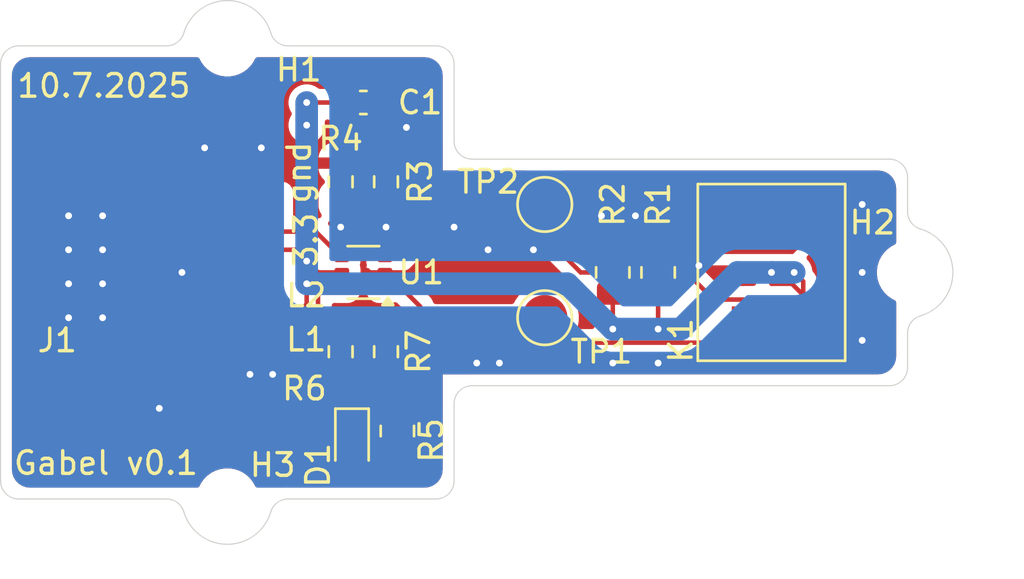
<source format=kicad_pcb>
(kicad_pcb (version 20241229) (generator "pcbnew") (generator_version "9.0")
  (layers (0 "F.Cu" signal) (2 "B.Cu" signal) (13 "F.Paste" user) (15 "B.Paste" user) (5 "F.SilkS" user "F.Silkscreen") (7 "B.SilkS" user "B.Silkscreen") (1 "F.Mask" user) (3 "B.Mask" user) (25 "Edge.Cuts" user))
  (net 0 "")
  (net 1 "+3.3V")
  (net 2 "GND")
  (net 3 "Net-(D1-K)")
  (net 4 "Net-(D1-A)")
  (net 5 "Net-(J1-Pin_1)")
  (net 6 "Net-(U1-2A)")
  (net 7 "Net-(K1-ANODE)")
  (net 8 "Net-(U1-1A)")
  (footprint "Resistor_SMD:R_0805_2012Metric" (layer "F.Cu") (at 27 10 90)
    (property "Reference" "R2" (at 3 0 90) (layer "F.SilkS"))
    (property "Value" "150 dnp")
    (fp_line (start -0.227064 -0.735) (end 0.227064 -0.735) (stroke (width 0.12)) (layer "F.SilkS"))
    (fp_line (start -0.227064 0.735) (end 0.227064 0.735) (stroke (width 0.12)) (layer "F.SilkS"))
    (pad "1" smd roundrect (at -0.9125 0 90) (size 1.025 1.4) (layers "F.Cu" "F.Mask" "F.Paste") (roundrect_rratio 0.243902) (net 1 "+3.3V"))
    (pad "2" smd roundrect (at 0.9125 0 90) (size 1.025 1.4) (layers "F.Cu" "F.Mask" "F.Paste") (roundrect_rratio 0.243902) (net 7 "Net-(K1-ANODE)"))
  )
  (footprint "Resistor_SMD:R_0603_1608Metric" (layer "F.Cu") (at 17 13.5 -90)
    (property "Reference" "R7" (at 0 -1.43 90) (layer "F.SilkS"))
    (property "Value" "13k")
    (fp_line (start -0.237258 0.5225) (end 0.237258 0.5225) (stroke (width 0.12)) (layer "F.SilkS"))
    (fp_line (start -0.237258 -0.5225) (end 0.237258 -0.5225) (stroke (width 0.12)) (layer "F.SilkS"))
    (pad "1" smd roundrect (at -0.825 0 270) (size 0.8 0.95) (layers "F.Cu" "F.Mask" "F.Paste") (net 8 "Net-(U1-1A)"))
    (pad "2" smd roundrect (at 0.825 0 270) (size 0.8 0.95) (layers "F.Cu" "F.Mask" "F.Paste") (net 2 "GND"))
  )
  (footprint "Resistor_SMD:R_0805_2012Metric" (layer "F.Cu") (at 17.5 17 -90)
    (property "Reference" "R5" (at 0.4125 -1.5 90) (layer "F.SilkS"))
    (property "Value" "120")
    (fp_line (start -0.227064 0.735) (end 0.227064 0.735) (stroke (width 0.12)) (layer "F.SilkS"))
    (fp_line (start -0.227064 -0.735) (end 0.227064 -0.735) (stroke (width 0.12)) (layer "F.SilkS"))
    (pad "1" smd roundrect (at -0.9125 0 270) (size 1.025 1.4) (layers "F.Cu" "F.Mask" "F.Paste") (roundrect_rratio 0.243902) (net 1 "+3.3V"))
    (pad "2" smd roundrect (at 0.9125 0 270) (size 1.025 1.4) (layers "F.Cu" "F.Mask" "F.Paste") (roundrect_rratio 0.243902) (net 4 "Net-(D1-A)"))
  )
  (footprint "MountingHole:MountingHole_2.2mm_M2_ISO7380" (layer "F.Cu") (at 40 10)
    (property "Reference" "H2" (at -1.55 -2.2 0) (layer "F.SilkS"))
    (property "Value" "MountingHole")
    (pad "" np_thru_hole circle (at 0 0) (size 2.2 2.2) (drill 2.2) (layers "*.Cu" "*.Mask"))
  )
  (footprint "Package_TO_SOT_SMD:SOT-363_SC-70-6" (layer "F.Cu") (at 16 10 180)
    (property "Reference" "U1" (at -2.55 0 0) (layer "F.SilkS"))
    (property "Value" "74LVC2G14GW")
    (fp_line (start -0.7 1.16) (end 0.7 1.16) (stroke (width 0.12)) (layer "F.SilkS"))
    (fp_line (start -0.71 -1.16) (end 0.7 -1.16) (stroke (width 0.12)) (layer "F.SilkS"))
    (fp_poly (pts (xy -1.08 -1.11) (xy -1.32 -1.44) (xy -0.84 -1.44) (xy -1.08 -1.11)) (stroke (width 0.12)) (fill yes) (layer "F.SilkS"))
    (pad "1" smd roundrect (at -0.95 -0.65 180) (size 0.65 0.4) (layers "F.Cu" "F.Mask" "F.Paste") (net 8 "Net-(U1-1A)"))
    (pad "2" smd roundrect (at -0.95 0 180) (size 0.65 0.4) (layers "F.Cu" "F.Mask" "F.Paste") (net 2 "GND"))
    (pad "3" smd roundrect (at -0.95 0.65 180) (size 0.65 0.4) (layers "F.Cu" "F.Mask" "F.Paste") (net 6 "Net-(U1-2A)"))
    (pad "4" smd roundrect (at 0.95 0.65 180) (size 0.65 0.4) (layers "F.Cu" "F.Mask" "F.Paste") (net 3 "Net-(D1-K)"))
    (pad "5" smd roundrect (at 0.95 0 180) (size 0.65 0.4) (layers "F.Cu" "F.Mask" "F.Paste") (net 1 "+3.3V"))
    (pad "6" smd roundrect (at 0.95 -0.65 180) (size 0.65 0.4) (layers "F.Cu" "F.Mask" "F.Paste") (net 5 "Net-(J1-Pin_1)"))
  )
  (footprint "Resistor_SMD:R_0603_1608Metric" (layer "F.Cu") (at 15 13.5 -90)
    (property "Reference" "R6" (at 1.625 1.6 0) (layer "F.SilkS"))
    (property "Value" "13k")
    (fp_line (start -0.237258 0.5225) (end 0.237258 0.5225) (stroke (width 0.12)) (layer "F.SilkS"))
    (fp_line (start -0.237258 -0.5225) (end 0.237258 -0.5225) (stroke (width 0.12)) (layer "F.SilkS"))
    (pad "1" smd roundrect (at -0.825 0 270) (size 0.8 0.95) (layers "F.Cu" "F.Mask" "F.Paste") (net 8 "Net-(U1-1A)"))
    (pad "2" smd roundrect (at 0.825 0 270) (size 0.8 0.95) (layers "F.Cu" "F.Mask" "F.Paste") (net 2 "GND"))
  )
  (footprint "Diode_SMD:D_0603_1608Metric" (layer "F.Cu") (at 15.5 17.5 -90)
    (property "Reference" "D1" (at 1.0125 1.5 90) (layer "F.SilkS"))
    (property "Value" "KT-0603R")
    (fp_line (start -1.485 0.735) (end 0.8 0.735) (stroke (width 0.12)) (layer "F.SilkS"))
    (fp_line (start -1.485 -0.735) (end -1.485 0.735) (stroke (width 0.12)) (layer "F.SilkS"))
    (fp_line (start 0.8 -0.735) (end -1.485 -0.735) (stroke (width 0.12)) (layer "F.SilkS"))
    (pad "1" smd roundrect (at -0.7875 0 270) (size 0.875 0.95) (layers "F.Cu" "F.Mask" "F.Paste") (net 3 "Net-(D1-K)"))
    (pad "2" smd roundrect (at 0.7875 0 270) (size 0.875 0.95) (layers "F.Cu" "F.Mask" "F.Paste") (net 4 "Net-(D1-A)"))
  )
  (footprint "TestPoint:TestPoint_Pad_D2.0mm" (layer "F.Cu") (at 24 12)
    (property "Reference" "TP1" (at 2.5 1.5 0) (layer "F.SilkS"))
    (property "Value" "TestPoint")
    (fp_circle (center 0 0) (end 0 1.2) (stroke (width 0.12)) (fill no) (layer "F.SilkS"))
    (pad "1" smd circle (at 0 0) (size 2 2) (layers "F.Cu" "F.Mask") (net 8 "Net-(U1-1A)"))
  )
  (footprint "Resistor_SMD:R_0603_1608Metric" (layer "F.Cu") (at 17 6 90)
    (property "Reference" "R3" (at 0 1.5 90) (layer "F.SilkS"))
    (property "Value" "13k")
    (fp_line (start -0.237258 -0.5225) (end 0.237258 -0.5225) (stroke (width 0.12)) (layer "F.SilkS"))
    (fp_line (start -0.237258 0.5225) (end 0.237258 0.5225) (stroke (width 0.12)) (layer "F.SilkS"))
    (pad "1" smd roundrect (at -0.825 0 90) (size 0.8 0.95) (layers "F.Cu" "F.Mask" "F.Paste") (net 6 "Net-(U1-2A)"))
    (pad "2" smd roundrect (at 0.825 0 90) (size 0.8 0.95) (layers "F.Cu" "F.Mask" "F.Paste") (net 2 "GND"))
  )
  (footprint "Capacitor_SMD:C_0603_1608Metric" (layer "F.Cu") (at 16 2.5)
    (property "Reference" "C1" (at 2.5 0 0) (layer "F.SilkS"))
    (property "Value" "100nF")
    (fp_line (start -0.14058 -0.51) (end 0.14058 -0.51) (stroke (width 0.12)) (layer "F.SilkS"))
    (fp_line (start -0.14058 0.51) (end 0.14058 0.51) (stroke (width 0.12)) (layer "F.SilkS"))
    (pad "1" smd roundrect (at -0.775 0) (size 0.9 0.95) (layers "F.Cu" "F.Mask" "F.Paste") (net 1 "+3.3V"))
    (pad "2" smd roundrect (at 0.775 0) (size 0.9 0.95) (layers "F.Cu" "F.Mask" "F.Paste") (net 2 "GND"))
  )
  (footprint "Resistor_SMD:R_0805_2012Metric" (layer "F.Cu") (at 29 10 90)
    (property "Reference" "R1" (at 3 0 90) (layer "F.SilkS"))
    (property "Value" "150")
    (fp_line (start -0.227064 -0.735) (end 0.227064 -0.735) (stroke (width 0.12)) (layer "F.SilkS"))
    (fp_line (start -0.227064 0.735) (end 0.227064 0.735) (stroke (width 0.12)) (layer "F.SilkS"))
    (pad "1" smd roundrect (at -0.9125 0 90) (size 1.025 1.4) (layers "F.Cu" "F.Mask" "F.Paste") (roundrect_rratio 0.243902) (net 1 "+3.3V"))
    (pad "2" smd roundrect (at 0.9125 0 90) (size 1.025 1.4) (layers "F.Cu" "F.Mask" "F.Paste") (roundrect_rratio 0.243902) (net 7 "Net-(K1-ANODE)"))
  )
  (footprint "MountingHole:MountingHole_2.2mm_M2_ISO7380" (layer "F.Cu") (at 10 0)
    (property "Reference" "H1" (at 3.15 1.05 0) (layer "F.SilkS"))
    (property "Value" "MountingHole")
    (pad "" np_thru_hole circle (at 0 0) (size 2.2 2.2) (drill 2.2) (layers "*.Cu" "*.Mask"))
  )
  (footprint "iagabel:Vishay-TCUT" (layer "F.Cu") (at 34 10)
    (property "Reference" "K1" (at -4 3 90) (layer "F.SilkS"))
    (property "Value" "TCUT1300X01")
    (fp_line (start -3.25 -3.9) (end 3.25 -3.9) (stroke (width 0.12)) (layer "F.SilkS"))
    (fp_line (start -3.25 3.9) (end -3.25 -3.9) (stroke (width 0.12)) (layer "F.SilkS"))
    (fp_line (start 3.25 -3.9) (end 3.25 3.9) (stroke (width 0.12)) (layer "F.SilkS"))
    (fp_line (start 3.25 3.9) (end -3.25 3.9) (stroke (width 0.12)) (layer "F.SilkS"))
    (pad "1" smd roundrect (at -1.65 2.95) (size 1.2 0.9) (layers "F.Cu" "F.Mask" "F.Paste") (roundrect_rratio 0.15) (net 8 "Net-(U1-1A)"))
    (pad "1" smd rect (at -1.4 2.45) (size 0.7 1.9) (layers "F.Cu" "F.Mask" "F.Paste") (net 8 "Net-(U1-1A)"))
    (pad "2" smd rect (at 0 2.45) (size 0.7 1.9) (layers "F.Cu" "F.Mask" "F.Paste") (net 6 "Net-(U1-2A)"))
    (pad "3" smd rect (at 1.4 2.45) (size 0.7 1.9) (layers "F.Cu" "F.Mask" "F.Paste") (net 1 "+3.3V"))
    (pad "3" smd roundrect (at 1.65 2.95) (size 1.2 0.9) (layers "F.Cu" "F.Mask" "F.Paste") (roundrect_rratio 0.15) (net 1 "+3.3V"))
    (pad "4" smd rect (at 1.4 -2.45) (size 0.7 1.9) (layers "F.Cu" "F.Mask" "F.Paste") (net 7 "Net-(K1-ANODE)"))
    (pad "4" smd roundrect (at 1.65 -2.95) (size 1.2 0.9) (layers "F.Cu" "F.Mask" "F.Paste") (roundrect_rratio 0.15) (net 7 "Net-(K1-ANODE)"))
    (pad "5" smd rect (at 0 -2.45) (size 1 1.9) (layers "F.Cu" "F.Mask" "F.Paste") (net 2 "GND"))
    (pad "6" smd roundrect (at -1.65 -2.95) (size 1.2 0.9) (layers "F.Cu" "F.Mask" "F.Paste") (roundrect_rratio 0.15) (net 2 "GND"))
    (pad "6" smd rect (at -1.4 -2.45) (size 0.7 1.9) (layers "F.Cu" "F.Mask" "F.Paste") (net 2 "GND"))
  )
  (footprint "TestPoint:TestPoint_Pad_D2.0mm" (layer "F.Cu") (at 24 7)
    (property "Reference" "TP2" (at -2.5 -1 0) (layer "F.SilkS"))
    (property "Value" "TestPoint")
    (fp_circle (center 0 0) (end 0 1.2) (stroke (width 0.12)) (fill no) (layer "F.SilkS"))
    (pad "1" smd circle (at 0 0) (size 2 2) (layers "F.Cu" "F.Mask") (net 6 "Net-(U1-2A)"))
  )
  (footprint "iagabel:A2008WR-S-4P" (layer "F.Cu") (at 7 10 90)
    (property "Reference" "J1" (at -3 -4.5 0) (layer "F.SilkS"))
    (property "Value" "A2008WR-S-4P")
    (pad "1" smd rect (at -3 3.65 90) (size 1 3.5) (layers "F.Cu" "F.Mask" "F.Paste") (net 5 "Net-(J1-Pin_1)"))
    (pad "2" smd rect (at -1 3.65 90) (size 1 3.5) (layers "F.Cu" "F.Mask" "F.Paste") (net 3 "Net-(D1-K)"))
    (pad "3" smd rect (at 1 3.65 90) (size 1 3.5) (layers "F.Cu" "F.Mask" "F.Paste") (net 1 "+3.3V"))
    (pad "4" smd rect (at 3 3.65 90) (size 1 3.5) (layers "F.Cu" "F.Mask" "F.Paste") (net 2 "GND"))
    (pad "5" smd rect (at 5.35 -3.5 90) (size 1.5 3.8) (layers "F.Cu" "F.Mask" "F.Paste") (net 2 "GND"))
    (pad "6" smd rect (at -5.35 -3.5 90) (size 1.5 3.8) (layers "F.Cu" "F.Mask" "F.Paste") (net 2 "GND"))
  )
  (footprint "Resistor_SMD:R_0603_1608Metric" (layer "F.Cu") (at 15 6 90)
    (property "Reference" "R4" (at 1.9 0 0) (layer "F.SilkS"))
    (property "Value" "13k")
    (fp_line (start -0.237258 -0.5225) (end 0.237258 -0.5225) (stroke (width 0.12)) (layer "F.SilkS"))
    (fp_line (start -0.237258 0.5225) (end 0.237258 0.5225) (stroke (width 0.12)) (layer "F.SilkS"))
    (pad "1" smd roundrect (at -0.825 0 90) (size 0.8 0.95) (layers "F.Cu" "F.Mask" "F.Paste") (net 6 "Net-(U1-2A)"))
    (pad "2" smd roundrect (at 0.825 0 90) (size 0.8 0.95) (layers "F.Cu" "F.Mask" "F.Paste") (net 2 "GND"))
  )
  (footprint "MountingHole:MountingHole_2.2mm_M2_ISO7380" (layer "F.Cu") (at 10 20)
    (property "Reference" "H3" (at 2 -1.5 0) (layer "F.SilkS"))
    (property "Value" "MountingHole")
    (pad "" np_thru_hole circle (at 0 0) (size 2.2 2.2) (drill 2.2) (layers "*.Cu" "*.Mask"))
  )
  (gr_line (start 40 7.311333) (end 40 5.799999) (stroke (width 0.05)) (layer "Edge.Cuts"))
  (gr_line (start 20.8 4.999999) (end 39.2 4.999999) (stroke (width 0.05)) (layer "Edge.Cuts"))
  (gr_arc (start 40 12.683299) (mid 40.15858 12.205198) (end 40.571429 11.916629) (stroke (width 0.05)) (layer "Edge.Cuts"))
  (gr_line (start 20 0.799999) (end 20 4.199999) (stroke (width 0.05)) (layer "Edge.Cuts"))
  (gr_arc (start 40.571429 8.083369) (mid 40.158566 7.79481) (end 40 7.311333) (stroke (width 0.05)) (layer "Edge.Cuts"))
  (gr_arc (start 19.2 -0.000001) (mid 19.765685 0.234314) (end 20 0.799999) (stroke (width 0.05)) (layer "Edge.Cuts"))
  (gr_arc (start 20 19.199999) (mid 19.765685 19.765684) (end 19.2 19.999999) (stroke (width 0.05)) (layer "Edge.Cuts"))
  (gr_arc (start 39.2 4.999999) (mid 39.765685 5.234314) (end 40 5.799999) (stroke (width 0.05)) (layer "Edge.Cuts"))
  (gr_line (start 12.688666 19.999999) (end 19.2 19.999999) (stroke (width 0.05)) (layer "Edge.Cuts"))
  (gr_arc (start 20.8 4.999999) (mid 20.234315 4.765684) (end 20 4.199999) (stroke (width 0.05)) (layer "Edge.Cuts"))
  (gr_arc (start 0.8 19.999999) (mid 0.234315 19.765684) (end 0 19.199999) (stroke (width 0.05)) (layer "Edge.Cuts"))
  (gr_arc (start 40.571429 8.083369) (mid 42 9.999999) (end 40.571429 11.916629) (stroke (width 0.05)) (layer "Edge.Cuts"))
  (gr_arc (start 40 14.199999) (mid 39.765685 14.765684) (end 39.2 14.999999) (stroke (width 0.05)) (layer "Edge.Cuts"))
  (gr_line (start 12.6833 -0.000001) (end 19.2 -0.000001) (stroke (width 0.05)) (layer "Edge.Cuts"))
  (gr_line (start 20 19.199999) (end 20 15.799999) (stroke (width 0.05)) (layer "Edge.Cuts"))
  (gr_arc (start 8.08337 -0.57143) (mid 7.794811 -0.158567) (end 7.31674 -0.000001) (stroke (width 0.05)) (layer "Edge.Cuts"))
  (gr_line (start 0 0.8) (end 0 19.199999) (stroke (width 0.05)) (layer "Edge.Cuts"))
  (gr_line (start 0.8 19.999999) (end 7.3167 19.999999) (stroke (width 0.05)) (layer "Edge.Cuts"))
  (gr_arc (start 0 0.8) (mid 0.234315 0.234314) (end 0.800001 -0.000001) (stroke (width 0.05)) (layer "Edge.Cuts"))
  (gr_line (start 20.8 14.999999) (end 39.2 14.999999) (stroke (width 0.05)) (layer "Edge.Cuts"))
  (gr_arc (start 11.91663 20.571428) (mid 12.205189 20.158565) (end 12.688666 19.999999) (stroke (width 0.05)) (layer "Edge.Cuts"))
  (gr_line (start 40 14.199999) (end 40 12.683299) (stroke (width 0.05)) (layer "Edge.Cuts"))
  (gr_arc (start 12.6833 -0.000001) (mid 12.205199 -0.158581) (end 11.91663 -0.57143) (stroke (width 0.05)) (layer "Edge.Cuts"))
  (gr_arc (start 11.91663 20.571428) (mid 10 21.999999) (end 8.08337 20.571428) (stroke (width 0.05)) (layer "Edge.Cuts"))
  (gr_arc (start 7.3167 19.999999) (mid 7.794801 20.158579) (end 8.08337 20.571428) (stroke (width 0.05)) (layer "Edge.Cuts"))
  (gr_arc (start 8.08337 -0.57143) (mid 10 -2.000001) (end 11.91663 -0.57143) (stroke (width 0.05)) (layer "Edge.Cuts"))
  (gr_arc (start 20 15.799999) (mid 20.234315 15.234314) (end 20.8 14.999999) (stroke (width 0.05)) (layer "Edge.Cuts"))
  (gr_line (start 0.800001 -0.000001) (end 7.31674 -0.000001) (stroke (width 0.05)) (layer "Edge.Cuts"))
  (gr_text "gnd" (at 13.75 7.05 90) (layer "F.SilkS") (effects (font (size 1 1)) (justify left bottom)))
  (gr_text "3.3" (at 14.05 9.85 90) (layer "F.SilkS") (effects (font (size 1 1)) (justify left bottom)))
  (gr_text "L2" (at 12.5 11.6 0) (layer "F.SilkS") (effects (font (size 1 1)) (justify left bottom)))
  (gr_text "L1" (at 12.5 13.55 0) (layer "F.SilkS") (effects (font (size 1 1)) (justify left bottom)))
  (gr_text "10.7.2025" (at 0.65 2.35 0) (layer "F.SilkS") (effects (font (size 1 1)) (justify left bottom)))
  (gr_text "Gabel v0.1" (at 0.5 19 0) (layer "F.SilkS") (effects (font (size 1 1)) (justify left bottom)))
  (segment (start 34 10) (end 34 10.5) (width 0.2) (layer "F.Cu") (net 1))
  (segment (start 27 10.9125) (end 29 10.9125) (width 0.2) (layer "F.Cu") (net 1))
  (segment (start 35.4 11) (end 35.4 12.45) (width 0.2) (layer "F.Cu") (net 1))
  (segment (start 15.225 2.5) (end 13.5 2.5) (width 0.2) (layer "F.Cu") (net 1))
  (segment (start 13.5 11.4) (end 13.5 10.5) (width 0.2) (layer "F.Cu") (net 1))
  (segment (start 29 12.5) (end 29 10.9125) (width 0.2) (layer "F.Cu") (net 1))
  (segment (start 35.4 10.4) (end 35.4 11) (width 0.2) (layer "F.Cu") (net 1))
  (segment (start 8 13.5) (end 8 12.5) (width 0.2) (layer "F.Cu") (net 1))
  (segment (start 16.5875 16.0875) (end 16.2615 15.7615) (width 0.2) (layer "F.Cu") (net 1))
  (segment (start 8.5 12) (end 12.9 12) (width 0.2) (layer "F.Cu") (net 1))
  (segment (start 8 12.5) (end 8.5 12) (width 0.2) (layer "F.Cu") (net 1))
  (segment (start 13.5 2.5) (end 13.5 3.5) (width 0.2) (layer "F.Cu") (net 1))
  (segment (start 35 10) (end 35.4 10.4) (width 0.2) (layer "F.Cu") (net 1))
  (segment (start 27 10.9125) (end 27 12.5) (width 0.2) (layer "F.Cu") (net 1))
  (segment (start 17.5 16.0875) (end 16.5875 16.0875) (width 0.2) (layer "F.Cu") (net 1))
  (segment (start 12.9 12) (end 13.5 11.4) (width 0.2) (layer "F.Cu") (net 1))
  (segment (start 13 9) (end 10.65 9) (width 0.2) (layer "F.Cu") (net 1))
  (segment (start 13.5 10.5) (end 14 10) (width 0.2) (layer "F.Cu") (net 1))
  (segment (start 34.9 10.5) (end 35.4 11) (width 0.2) (layer "F.Cu") (net 1))
  (segment (start 10.2615 15.7615) (end 8 13.5) (width 0.2) (layer "F.Cu") (net 1))
  (segment (start 17.2615 15.7615) (end 17.5 16) (width 0.2) (layer "F.Cu") (net 1))
  (segment (start 34 10.5) (end 34.9 10.5) (width 0.2) (layer "F.Cu") (net 1))
  (segment (start 14 10) (end 15.05 10) (width 0.2) (layer "F.Cu") (net 1))
  (segment (start 16.2615 15.7615) (end 10.2615 15.7615) (width 0.2) (layer "F.Cu") (net 1))
  (segment (start 13.5 9.5) (end 13 9) (width 0.2) (layer "F.Cu") (net 1))
  (segment (start 13.5 9.5) (end 14 10) (width 0.2) (layer "F.Cu") (net 1))
  (via (at 13.5 9.5) (size 0.6) (drill 0.3) (layers "F.Cu" "B.Cu") (net 1))
  (via (at 13.5 2.5) (size 0.6) (drill 0.3) (layers "F.Cu" "B.Cu") (net 1))
  (via (at 34 10) (size 0.6) (drill 0.3) (layers "F.Cu" "B.Cu") (net 1))
  (via (at 13.5 3.5) (size 0.6) (drill 0.3) (layers "F.Cu" "B.Cu") (net 1))
  (via (at 35 10) (size 0.6) (drill 0.3) (layers "F.Cu" "B.Cu") (net 1))
  (via (at 29 12.5) (size 0.6) (drill 0.3) (layers "F.Cu" "B.Cu") (net 1))
  (via (at 27 12.5) (size 0.6) (drill 0.3) (layers "F.Cu" "B.Cu") (net 1))
  (via (at 13.5 10.5) (size 0.6) (drill 0.3) (layers "F.Cu" "B.Cu") (net 1))
  (segment (start 13.5 10.5) (end 25 10.5) (width 1) (layer "B.Cu") (net 1))
  (segment (start 13.5 10.5) (end 13.5 9.5) (width 1) (layer "B.Cu") (net 1))
  (segment (start 25 10.5) (end 27 12.5) (width 1) (layer "B.Cu") (net 1))
  (segment (start 27 12.5) (end 29 12.5) (width 1) (layer "B.Cu") (net 1))
  (segment (start 30 12.5) (end 29 12.5) (width 1) (layer "B.Cu") (net 1))
  (segment (start 34 10) (end 32.5 10) (width 1) (layer "B.Cu") (net 1))
  (segment (start 32.5 10) (end 30 12.5) (width 1) (layer "B.Cu") (net 1))
  (segment (start 13.5 9.5) (end 13.5 2.5) (width 1) (layer "B.Cu") (net 1))
  (segment (start 35 10) (end 34 10) (width 1) (layer "B.Cu") (net 1))
  (segment (start 16.2 10) (end 16 9.8) (width 0.2) (layer "F.Cu") (net 2))
  (segment (start 16.95 10) (end 16.2 10) (width 0.2) (layer "F.Cu") (net 2))
  (segment (start 15 5.175) (end 17 5.175) (width 0.2) (layer "F.Cu") (net 2))
  (segment (start 34 5.9) (end 34 7.55) (width 0.2) (layer "F.Cu") (net 2))
  (segment (start 16.95 10) (end 20.5 10) (width 0.2) (layer "F.Cu") (net 2))
  (segment (start 20.5 10) (end 21.5 9) (width 0.2) (layer "F.Cu") (net 2))
  (segment (start 16 9.8) (end 16 9) (width 0.2) (layer "F.Cu") (net 2))
  (segment (start 32.6 7.55) (end 34 7.55) (width 0.2) (layer "F.Cu") (net 2))
  (segment (start 16 9) (end 17 8) (width 0.2) (layer "F.Cu") (net 2))
  (via (at 28 7.5) (size 0.6) (drill 0.3) (layers "F.Cu" "B.Cu") (net 2))
  (via (at 38 13) (size 0.6) (drill 0.3) (layers "F.Cu" "B.Cu") (net 2))
  (via (at 22 14) (size 0.6) (drill 0.3) (layers "F.Cu" "B.Cu") (net 2))
  (via (at 9 4.5) (size 0.6) (drill 0.3) (layers "F.Cu" "B.Cu") (net 2))
  (via (at 21.5 9) (size 0.6) (drill 0.3) (layers "F.Cu" "B.Cu") (net 2))
  (via (at 15 8) (size 0.6) (drill 0.3) (layers "F.Cu" "B.Cu") (net 2))
  (via (at 17 8) (size 0.6) (drill 0.3) (layers "F.Cu" "B.Cu") (net 2))
  (via (at 23.5 9) (size 0.6) (drill 0.3) (layers "F.Cu" "B.Cu") (net 2))
  (via (at 3 7.5) (size 0.6) (drill 0.3) (layers "F.Cu" "B.Cu") (net 2))
  (via (at 29 14) (size 0.6) (drill 0.3) (layers "F.Cu" "B.Cu") (net 2))
  (via (at 3 9) (size 0.6) (drill 0.3) (layers "F.Cu" "B.Cu") (net 2))
  (via (at 11 14.5) (size 0.6) (drill 0.3) (layers "F.Cu" "B.Cu") (net 2))
  (via (at 30.8 9.7) (size 0.6) (drill 0.3) (layers "F.Cu" "B.Cu") (net 2))
  (via (at 38 7) (size 0.6) (drill 0.3) (layers "F.Cu" "B.Cu") (net 2))
  (via (at 8 10) (size 0.6) (drill 0.3) (layers "F.Cu" "B.Cu") (net 2))
  (via (at 26.5 7.5) (size 0.6) (drill 0.3) (layers "F.Cu" "B.Cu") (net 2))
  (via (at 7 16) (size 0.6) (drill 0.3) (layers "F.Cu" "B.Cu") (net 2))
  (via (at 4.5 7.5) (size 0.6) (drill 0.3) (layers "F.Cu" "B.Cu") (net 2))
  (via (at 21 14) (size 0.6) (drill 0.3) (layers "F.Cu" "B.Cu") (net 2))
  (via (at 4.5 12) (size 0.6) (drill 0.3) (layers "F.Cu" "B.Cu") (net 2))
  (via (at 38 10) (size 0.6) (drill 0.3) (layers "F.Cu" "B.Cu") (net 2))
  (via (at 4.5 10.5) (size 0.6) (drill 0.3) (layers "F.Cu" "B.Cu") (net 2))
  (via (at 12 14.5) (size 0.6) (drill 0.3) (layers "F.Cu" "B.Cu") (net 2))
  (via (at 4.5 9) (size 0.6) (drill 0.3) (layers "F.Cu" "B.Cu") (net 2))
  (via (at 3 10.5) (size 0.6) (drill 0.3) (layers "F.Cu" "B.Cu") (net 2))
  (via (at 17.9 3.6) (size 0.6) (drill 0.3) (layers "F.Cu" "B.Cu") (net 2))
  (via (at 27 14) (size 0.6) (drill 0.3) (layers "F.Cu" "B.Cu") (net 2))
  (via (at 11.5 4.5) (size 0.6) (drill 0.3) (layers "F.Cu" "B.Cu") (net 2))
  (via (at 3 12) (size 0.6) (drill 0.3) (layers "F.Cu" "B.Cu") (net 2))
  (via (at 20 8) (size 0.6) (drill 0.3) (layers "F.Cu" "B.Cu") (net 2))
  (segment (start 15.05 9.35) (end 13.899 8.199) (width 0.2) (layer "F.Cu") (net 3))
  (segment (start 7.5 11) (end 7 11) (width 0.2) (layer "F.Cu") (net 3))
  (segment (start 15.5 16.7125) (end 14.55 16.7125) (width 0.2) (layer "F.Cu") (net 3))
  (segment (start 10.0954 16.1625) (end 7.5 13.5671) (width 0.2) (layer "F.Cu") (net 3))
  (segment (start 14 16.1625) (end 10.0954 16.1625) (width 0.2) (layer "F.Cu") (net 3))
  (segment (start 14.55 16.7125) (end 14 16.1625) (width 0.2) (layer "F.Cu") (net 3))
  (segment (start 13.899 8.199) (end 8.599 8.199) (width 0.2) (layer "F.Cu") (net 3))
  (segment (start 7 9.798) (end 7 11) (width 0.2) (layer "F.Cu") (net 3))
  (segment (start 7.5 13.5671) (end 7.5 11) (width 0.2) (layer "F.Cu") (net 3))
  (segment (start 10.65 11) (end 7.5 11) (width 0.2) (layer "F.Cu") (net 3))
  (segment (start 8.599 8.199) (end 7 9.798) (width 0.2) (layer "F.Cu") (net 3))
  (segment (start 16.4875 17.9125) (end 17.5 17.9125) (width 0.2) (layer "F.Cu") (net 4))
  (segment (start 15.5 18.2875) (end 16.1125 18.2875) (width 0.2) (layer "F.Cu") (net 4))
  (segment (start 16.1125 18.2875) (end 16.4875 17.9125) (width 0.2) (layer "F.Cu") (net 4))
  (segment (start 14.35 10.65) (end 14 11) (width 0.2) (layer "F.Cu") (net 5))
  (segment (start 15.05 10.65) (end 14.35 10.65) (width 0.2) (layer "F.Cu") (net 5))
  (segment (start 13 13) (end 10.65 13) (width 0.2) (layer "F.Cu") (net 5))
  (segment (start 14 12) (end 13 13) (width 0.2) (layer "F.Cu") (net 5))
  (segment (start 14 11) (end 14 12) (width 0.2) (layer "F.Cu") (net 5))
  (segment (start 17.825 6.825) (end 17 6.825) (width 0.2) (layer "F.Cu") (net 6))
  (segment (start 31.449057 11.199) (end 30.250057 10) (width 0.2) (layer "F.Cu") (net 6))
  (segment (start 34 11.85) (end 33.349 11.199) (width 0.2) (layer "F.Cu") (net 6))
  (segment (start 15 6.825) (end 17 6.825) (width 0.2) (layer "F.Cu") (net 6))
  (segment (start 18.5 8.5) (end 18.5 7.5) (width 0.2) (layer "F.Cu") (net 6))
  (segment (start 17.65 9.35) (end 18.5 8.5) (width 0.2) (layer "F.Cu") (net 6))
  (segment (start 34 12.45) (end 34 12.952) (width 0.2) (layer "F.Cu") (net 6))
  (segment (start 16.95 9.35) (end 17.65 9.35) (width 0.2) (layer "F.Cu") (net 6))
  (segment (start 24 7) (end 19 7) (width 0.2) (layer "F.Cu") (net 6))
  (segment (start 30.250057 10) (end 25.585787 10) (width 0.2) (layer "F.Cu") (net 6))
  (segment (start 19 7) (end 18.5 7.5) (width 0.2) (layer "F.Cu") (net 6))
  (segment (start 34 12.45) (end 34 11.85) (width 0.2) (layer "F.Cu") (net 6))
  (segment (start 18.5 7.5) (end 17.825 6.825) (width 0.2) (layer "F.Cu") (net 6))
  (segment (start 24 8.414213) (end 24 7) (width 0.2) (layer "F.Cu") (net 6))
  (segment (start 25.585787 10) (end 24 8.414213) (width 0.2) (layer "F.Cu") (net 6))
  (segment (start 33.349 11.199) (end 31.449057 11.199) (width 0.2) (layer "F.Cu") (net 6))
  (segment (start 34.9125 9.0875) (end 35.4 8.6) (width 0.2) (layer "F.Cu") (net 7))
  (segment (start 29 9.0875) (end 34.9125 9.0875) (width 0.2) (layer "F.Cu") (net 7))
  (segment (start 35.4 8.6) (end 35.4 7.55) (width 0.2) (layer "F.Cu") (net 7))
  (segment (start 27 9.0875) (end 29 9.0875) (width 0.2) (layer "F.Cu") (net 7))
  (segment (start 32.35 12.95) (end 32.199 13.101) (width 0.2) (layer "F.Cu") (net 8))
  (segment (start 24 12) (end 18.5 12) (width 0.2) (layer "F.Cu") (net 8))
  (segment (start 17 12.675) (end 17.825 12.675) (width 0.2) (layer "F.Cu") (net 8))
  (segment (start 16.95 10.65) (end 17.65 10.65) (width 0.2) (layer "F.Cu") (net 8))
  (segment (start 32.199 13.101) (end 25.101 13.101) (width 0.2) (layer "F.Cu") (net 8))
  (segment (start 18.5 11.5) (end 18.5 12) (width 0.2) (layer "F.Cu") (net 8))
  (segment (start 17.65 10.65) (end 18.5 11.5) (width 0.2) (layer "F.Cu") (net 8))
  (segment (start 15 12.675) (end 17 12.675) (width 0.2) (layer "F.Cu") (net 8))
  (segment (start 25.101 13.101) (end 24 12) (width 0.2) (layer "F.Cu") (net 8))
  (segment (start 17.825 12.675) (end 18.5 12) (width 0.2) (layer "F.Cu") (net 8))
  (zone (net 2) (net_name "GND") (layers "F.Cu" "B.Cu") (connect_pads (clearance 0.5)) (min_thickness 0.25) (fill yes (thermal_gap 0.5) (thermal_bridge_width 0.5) (smoothing fillet) (radius 0.8))
    (polygon (pts (xy 0.5 0.5) (xy 19.5 0.5) (xy 19.5 5.5) (xy 39.5 5.5) (xy 39.5 14.5) (xy 19.5 14.5) (xy 19.5 19.5) (xy 0.5 19.5)))
  )
)
</source>
